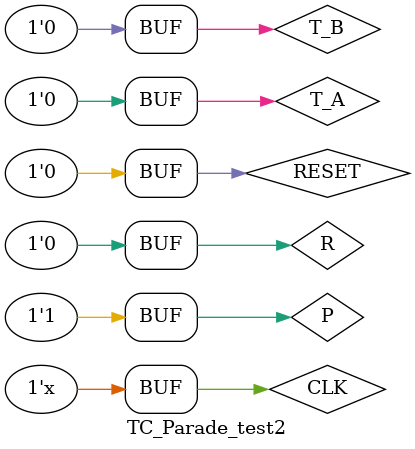
<source format=v>
`timescale 1ns / 1ps


module TC_Parade_test2;

	// Inputs
	reg CLK;
	reg RESET;
	reg P;
	reg R;
	reg T_A;
	reg T_B;

	// Outputs
	wire [2:0] L_A;
	wire [2:0] L_B;

	// Instantiate the Unit Under Test (UUT)
	TC_Parade uut (
		.CLK(CLK), 
		.RESET(RESET), 
		.P(P), 
		.R(R), 
		.T_A(T_A), 
		.T_B(T_B), 
		.L_A(L_A), 
		.L_B(L_B)
	);

	initial begin
		// Initialize Inputs
		CLK = 0;
		RESET = 0;
		P = 1;
		R = 0;
		T_A = 0;
		T_B = 0;

		// Wait 100 ns for global reset to finish
		#100;
        
		// Add stimulus here

	end
  
  always begin
    #50 CLK = !CLK;
  end
      
endmodule


</source>
